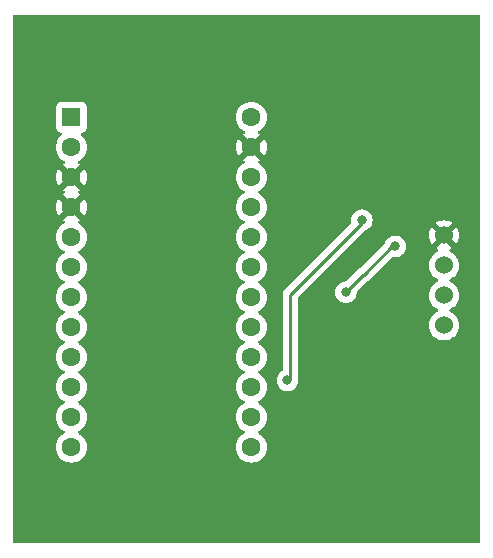
<source format=gbr>
%TF.GenerationSoftware,KiCad,Pcbnew,(6.0.1)*%
%TF.CreationDate,2023-03-08T21:06:12-08:00*%
%TF.ProjectId,Ultrasonic,556c7472-6173-46f6-9e69-632e6b696361,rev?*%
%TF.SameCoordinates,Original*%
%TF.FileFunction,Copper,L2,Bot*%
%TF.FilePolarity,Positive*%
%FSLAX46Y46*%
G04 Gerber Fmt 4.6, Leading zero omitted, Abs format (unit mm)*
G04 Created by KiCad (PCBNEW (6.0.1)) date 2023-03-08 21:06:12*
%MOMM*%
%LPD*%
G01*
G04 APERTURE LIST*
%TA.AperFunction,ComponentPad*%
%ADD10C,1.530000*%
%TD*%
%TA.AperFunction,ComponentPad*%
%ADD11R,1.600000X1.600000*%
%TD*%
%TA.AperFunction,ComponentPad*%
%ADD12C,1.600000*%
%TD*%
%TA.AperFunction,ViaPad*%
%ADD13C,0.800000*%
%TD*%
%TA.AperFunction,Conductor*%
%ADD14C,0.250000*%
%TD*%
G04 APERTURE END LIST*
D10*
%TO.P,U2,1,VCC*%
%TO.N,Net-(U1-Pad21)*%
X163250000Y-94610000D03*
%TO.P,U2,2,TRIG*%
%TO.N,Net-(U1-Pad15)*%
X163250000Y-92070000D03*
%TO.P,U2,3,ECHO*%
%TO.N,Net-(R2-Pad2)*%
X163250000Y-89530000D03*
%TO.P,U2,4,GND*%
%TO.N,GND*%
X163250000Y-86990000D03*
%TD*%
D11*
%TO.P,U1,1,TX*%
%TO.N,unconnected-(U1-Pad1)*%
X131705000Y-76980000D03*
D12*
%TO.P,U1,2,RX*%
%TO.N,unconnected-(U1-Pad2)*%
X131705000Y-79520000D03*
%TO.P,U1,3,GND*%
%TO.N,GND*%
X131705000Y-82060000D03*
%TO.P,U1,4,GND*%
X131705000Y-84600000D03*
%TO.P,U1,5,SDA*%
%TO.N,unconnected-(U1-Pad5)*%
X131705000Y-87140000D03*
%TO.P,U1,6,SCL*%
%TO.N,unconnected-(U1-Pad6)*%
X131705000Y-89680000D03*
%TO.P,U1,7,D4*%
%TO.N,unconnected-(U1-Pad7)*%
X131705000Y-92220000D03*
%TO.P,U1,8,C6*%
%TO.N,unconnected-(U1-Pad8)*%
X131705000Y-94760000D03*
%TO.P,U1,9,D7*%
%TO.N,unconnected-(U1-Pad9)*%
X131705000Y-97300000D03*
%TO.P,U1,10,E6*%
%TO.N,unconnected-(U1-Pad10)*%
X131705000Y-99840000D03*
%TO.P,U1,11,B4*%
%TO.N,unconnected-(U1-Pad11)*%
X131705000Y-102380000D03*
%TO.P,U1,12,B5*%
%TO.N,unconnected-(U1-Pad12)*%
X131705000Y-104920000D03*
%TO.P,U1,13,B6*%
%TO.N,unconnected-(U1-Pad13)*%
X146945000Y-104920000D03*
%TO.P,U1,14,B2*%
%TO.N,Net-(R1-Pad2)*%
X146945000Y-102380000D03*
%TO.P,U1,15,B3*%
%TO.N,Net-(U1-Pad15)*%
X146945000Y-99840000D03*
%TO.P,U1,16,B1*%
%TO.N,unconnected-(U1-Pad16)*%
X146945000Y-97300000D03*
%TO.P,U1,17,F7*%
%TO.N,unconnected-(U1-Pad17)*%
X146945000Y-94760000D03*
%TO.P,U1,18,F6*%
%TO.N,unconnected-(U1-Pad18)*%
X146945000Y-92220000D03*
%TO.P,U1,19,F5*%
%TO.N,unconnected-(U1-Pad19)*%
X146945000Y-89680000D03*
%TO.P,U1,20,F4*%
%TO.N,unconnected-(U1-Pad20)*%
X146945000Y-87140000D03*
%TO.P,U1,21,VCC*%
%TO.N,Net-(U1-Pad21)*%
X146945000Y-84600000D03*
%TO.P,U1,22,RST*%
%TO.N,unconnected-(U1-Pad22)*%
X146945000Y-82060000D03*
%TO.P,U1,23,GND*%
%TO.N,GND*%
X146945000Y-79520000D03*
%TO.P,U1,24,RAW*%
%TO.N,unconnected-(U1-Pad24)*%
X146945000Y-76980000D03*
%TD*%
D13*
%TO.N,Net-(R1-Pad2)*%
X156300000Y-85700000D03*
X150000000Y-99275000D03*
%TO.N,Net-(U1-Pad15)*%
X154950000Y-91800000D03*
X159125000Y-87925000D03*
%TD*%
D14*
%TO.N,Net-(R1-Pad2)*%
X150225000Y-92025386D02*
X150225000Y-99050000D01*
X150225000Y-99050000D02*
X150000000Y-99275000D01*
X156300000Y-85950386D02*
X150225000Y-92025386D01*
X156300000Y-85700000D02*
X156300000Y-85950386D01*
%TO.N,Net-(U1-Pad15)*%
X159125000Y-87925000D02*
X158850000Y-87925000D01*
X156450000Y-90325000D02*
X156425000Y-90325000D01*
X156425000Y-90325000D02*
X154950000Y-91800000D01*
X158850000Y-87925000D02*
X156450000Y-90325000D01*
%TD*%
%TA.AperFunction,Conductor*%
%TO.N,GND*%
G36*
X166234121Y-68315502D02*
G01*
X166280614Y-68369158D01*
X166292000Y-68421500D01*
X166292000Y-112928500D01*
X166271998Y-112996621D01*
X166218342Y-113043114D01*
X166166000Y-113054500D01*
X126909000Y-113054500D01*
X126840879Y-113034498D01*
X126794386Y-112980842D01*
X126783000Y-112928500D01*
X126783000Y-104920000D01*
X130391502Y-104920000D01*
X130411457Y-105148087D01*
X130470716Y-105369243D01*
X130473039Y-105374224D01*
X130473039Y-105374225D01*
X130565151Y-105571762D01*
X130565154Y-105571767D01*
X130567477Y-105576749D01*
X130698802Y-105764300D01*
X130860700Y-105926198D01*
X130865208Y-105929355D01*
X130865211Y-105929357D01*
X130943389Y-105984098D01*
X131048251Y-106057523D01*
X131053233Y-106059846D01*
X131053238Y-106059849D01*
X131250775Y-106151961D01*
X131255757Y-106154284D01*
X131261065Y-106155706D01*
X131261067Y-106155707D01*
X131471598Y-106212119D01*
X131471600Y-106212119D01*
X131476913Y-106213543D01*
X131705000Y-106233498D01*
X131933087Y-106213543D01*
X131938400Y-106212119D01*
X131938402Y-106212119D01*
X132148933Y-106155707D01*
X132148935Y-106155706D01*
X132154243Y-106154284D01*
X132159225Y-106151961D01*
X132356762Y-106059849D01*
X132356767Y-106059846D01*
X132361749Y-106057523D01*
X132466611Y-105984098D01*
X132544789Y-105929357D01*
X132544792Y-105929355D01*
X132549300Y-105926198D01*
X132711198Y-105764300D01*
X132842523Y-105576749D01*
X132844846Y-105571767D01*
X132844849Y-105571762D01*
X132936961Y-105374225D01*
X132936961Y-105374224D01*
X132939284Y-105369243D01*
X132998543Y-105148087D01*
X133018498Y-104920000D01*
X145631502Y-104920000D01*
X145651457Y-105148087D01*
X145710716Y-105369243D01*
X145713039Y-105374224D01*
X145713039Y-105374225D01*
X145805151Y-105571762D01*
X145805154Y-105571767D01*
X145807477Y-105576749D01*
X145938802Y-105764300D01*
X146100700Y-105926198D01*
X146105208Y-105929355D01*
X146105211Y-105929357D01*
X146183389Y-105984098D01*
X146288251Y-106057523D01*
X146293233Y-106059846D01*
X146293238Y-106059849D01*
X146490775Y-106151961D01*
X146495757Y-106154284D01*
X146501065Y-106155706D01*
X146501067Y-106155707D01*
X146711598Y-106212119D01*
X146711600Y-106212119D01*
X146716913Y-106213543D01*
X146945000Y-106233498D01*
X147173087Y-106213543D01*
X147178400Y-106212119D01*
X147178402Y-106212119D01*
X147388933Y-106155707D01*
X147388935Y-106155706D01*
X147394243Y-106154284D01*
X147399225Y-106151961D01*
X147596762Y-106059849D01*
X147596767Y-106059846D01*
X147601749Y-106057523D01*
X147706611Y-105984098D01*
X147784789Y-105929357D01*
X147784792Y-105929355D01*
X147789300Y-105926198D01*
X147951198Y-105764300D01*
X148082523Y-105576749D01*
X148084846Y-105571767D01*
X148084849Y-105571762D01*
X148176961Y-105374225D01*
X148176961Y-105374224D01*
X148179284Y-105369243D01*
X148238543Y-105148087D01*
X148258498Y-104920000D01*
X148238543Y-104691913D01*
X148179284Y-104470757D01*
X148176961Y-104465775D01*
X148084849Y-104268238D01*
X148084846Y-104268233D01*
X148082523Y-104263251D01*
X147951198Y-104075700D01*
X147789300Y-103913802D01*
X147784792Y-103910645D01*
X147784789Y-103910643D01*
X147706611Y-103855902D01*
X147601749Y-103782477D01*
X147596767Y-103780154D01*
X147596762Y-103780151D01*
X147562543Y-103764195D01*
X147509258Y-103717278D01*
X147489797Y-103649001D01*
X147510339Y-103581041D01*
X147562543Y-103535805D01*
X147596762Y-103519849D01*
X147596767Y-103519846D01*
X147601749Y-103517523D01*
X147706611Y-103444098D01*
X147784789Y-103389357D01*
X147784792Y-103389355D01*
X147789300Y-103386198D01*
X147951198Y-103224300D01*
X148082523Y-103036749D01*
X148084846Y-103031767D01*
X148084849Y-103031762D01*
X148176961Y-102834225D01*
X148176961Y-102834224D01*
X148179284Y-102829243D01*
X148238543Y-102608087D01*
X148258498Y-102380000D01*
X148238543Y-102151913D01*
X148179284Y-101930757D01*
X148176961Y-101925775D01*
X148084849Y-101728238D01*
X148084846Y-101728233D01*
X148082523Y-101723251D01*
X147951198Y-101535700D01*
X147789300Y-101373802D01*
X147784792Y-101370645D01*
X147784789Y-101370643D01*
X147706611Y-101315902D01*
X147601749Y-101242477D01*
X147596767Y-101240154D01*
X147596762Y-101240151D01*
X147562543Y-101224195D01*
X147509258Y-101177278D01*
X147489797Y-101109001D01*
X147510339Y-101041041D01*
X147562543Y-100995805D01*
X147596762Y-100979849D01*
X147596767Y-100979846D01*
X147601749Y-100977523D01*
X147706611Y-100904098D01*
X147784789Y-100849357D01*
X147784792Y-100849355D01*
X147789300Y-100846198D01*
X147951198Y-100684300D01*
X148082523Y-100496749D01*
X148084846Y-100491767D01*
X148084849Y-100491762D01*
X148176961Y-100294225D01*
X148176961Y-100294224D01*
X148179284Y-100289243D01*
X148238543Y-100068087D01*
X148258498Y-99840000D01*
X148238543Y-99611913D01*
X148237119Y-99606598D01*
X148180707Y-99396067D01*
X148180706Y-99396065D01*
X148179284Y-99390757D01*
X148176961Y-99385775D01*
X148125306Y-99275000D01*
X149086496Y-99275000D01*
X149087186Y-99281565D01*
X149099221Y-99396067D01*
X149106458Y-99464928D01*
X149165473Y-99646556D01*
X149260960Y-99811944D01*
X149388747Y-99953866D01*
X149543248Y-100066118D01*
X149549276Y-100068802D01*
X149549278Y-100068803D01*
X149559608Y-100073402D01*
X149717712Y-100143794D01*
X149811113Y-100163647D01*
X149898056Y-100182128D01*
X149898061Y-100182128D01*
X149904513Y-100183500D01*
X150095487Y-100183500D01*
X150101939Y-100182128D01*
X150101944Y-100182128D01*
X150188887Y-100163647D01*
X150282288Y-100143794D01*
X150440392Y-100073402D01*
X150450722Y-100068803D01*
X150450724Y-100068802D01*
X150456752Y-100066118D01*
X150611253Y-99953866D01*
X150739040Y-99811944D01*
X150834527Y-99646556D01*
X150893542Y-99464928D01*
X150900780Y-99396067D01*
X150912814Y-99281565D01*
X150913504Y-99275000D01*
X150893542Y-99085072D01*
X150864667Y-98996205D01*
X150858500Y-98957268D01*
X150858500Y-94610000D01*
X161971635Y-94610000D01*
X161991056Y-94831986D01*
X161992480Y-94837299D01*
X162034308Y-94993402D01*
X162048730Y-95047227D01*
X162051052Y-95052208D01*
X162051053Y-95052209D01*
X162140577Y-95244195D01*
X162140580Y-95244200D01*
X162142903Y-95249182D01*
X162146060Y-95253690D01*
X162263392Y-95421257D01*
X162270716Y-95431717D01*
X162428283Y-95589284D01*
X162432792Y-95592441D01*
X162432794Y-95592443D01*
X162455293Y-95608197D01*
X162610817Y-95717097D01*
X162615799Y-95719420D01*
X162615804Y-95719423D01*
X162807791Y-95808947D01*
X162812773Y-95811270D01*
X162818081Y-95812692D01*
X162818083Y-95812693D01*
X162884465Y-95830480D01*
X163028014Y-95868944D01*
X163250000Y-95888365D01*
X163471986Y-95868944D01*
X163615535Y-95830480D01*
X163681917Y-95812693D01*
X163681919Y-95812692D01*
X163687227Y-95811270D01*
X163692209Y-95808947D01*
X163884196Y-95719423D01*
X163884201Y-95719420D01*
X163889183Y-95717097D01*
X164044707Y-95608197D01*
X164067206Y-95592443D01*
X164067208Y-95592441D01*
X164071717Y-95589284D01*
X164229284Y-95431717D01*
X164236609Y-95421257D01*
X164353940Y-95253690D01*
X164357097Y-95249182D01*
X164359420Y-95244200D01*
X164359423Y-95244195D01*
X164448947Y-95052209D01*
X164448948Y-95052208D01*
X164451270Y-95047227D01*
X164465693Y-94993402D01*
X164507520Y-94837299D01*
X164508944Y-94831986D01*
X164528365Y-94610000D01*
X164508944Y-94388014D01*
X164451270Y-94172773D01*
X164421177Y-94108238D01*
X164359423Y-93975805D01*
X164359420Y-93975800D01*
X164357097Y-93970818D01*
X164229284Y-93788283D01*
X164071717Y-93630716D01*
X164064460Y-93625634D01*
X163921763Y-93525716D01*
X163889183Y-93502903D01*
X163884201Y-93500580D01*
X163884196Y-93500577D01*
X163784728Y-93454195D01*
X163731443Y-93407278D01*
X163711982Y-93339001D01*
X163732524Y-93271041D01*
X163784728Y-93225805D01*
X163884196Y-93179423D01*
X163884201Y-93179420D01*
X163889183Y-93177097D01*
X164044707Y-93068197D01*
X164067206Y-93052443D01*
X164067208Y-93052441D01*
X164071717Y-93049284D01*
X164229284Y-92891717D01*
X164236609Y-92881257D01*
X164353940Y-92713690D01*
X164357097Y-92709182D01*
X164359420Y-92704200D01*
X164359423Y-92704195D01*
X164448947Y-92512209D01*
X164448948Y-92512208D01*
X164451270Y-92507227D01*
X164465693Y-92453402D01*
X164496897Y-92336944D01*
X164508944Y-92291986D01*
X164528365Y-92070000D01*
X164508944Y-91848014D01*
X164465087Y-91684339D01*
X164452693Y-91638083D01*
X164452692Y-91638081D01*
X164451270Y-91632773D01*
X164442286Y-91613506D01*
X164359423Y-91435805D01*
X164359420Y-91435800D01*
X164357097Y-91430818D01*
X164243632Y-91268774D01*
X164232443Y-91252794D01*
X164232441Y-91252791D01*
X164229284Y-91248283D01*
X164071717Y-91090716D01*
X164064460Y-91085634D01*
X163954847Y-91008882D01*
X163889183Y-90962903D01*
X163884201Y-90960580D01*
X163884196Y-90960577D01*
X163784728Y-90914195D01*
X163731443Y-90867278D01*
X163711982Y-90799001D01*
X163732524Y-90731041D01*
X163784728Y-90685805D01*
X163884196Y-90639423D01*
X163884201Y-90639420D01*
X163889183Y-90637097D01*
X164044707Y-90528197D01*
X164067206Y-90512443D01*
X164067208Y-90512441D01*
X164071717Y-90509284D01*
X164229284Y-90351717D01*
X164236609Y-90341257D01*
X164353940Y-90173690D01*
X164357097Y-90169182D01*
X164359420Y-90164200D01*
X164359423Y-90164195D01*
X164448947Y-89972209D01*
X164448948Y-89972208D01*
X164451270Y-89967227D01*
X164465693Y-89913402D01*
X164484880Y-89841793D01*
X164508944Y-89751986D01*
X164528365Y-89530000D01*
X164508944Y-89308014D01*
X164451270Y-89092773D01*
X164421177Y-89028238D01*
X164359423Y-88895805D01*
X164359420Y-88895800D01*
X164357097Y-88890818D01*
X164285528Y-88788608D01*
X164232443Y-88712794D01*
X164232441Y-88712791D01*
X164229284Y-88708283D01*
X164071717Y-88550716D01*
X164064460Y-88545634D01*
X163951948Y-88466852D01*
X163889183Y-88422903D01*
X163884201Y-88420580D01*
X163884196Y-88420577D01*
X163784136Y-88373919D01*
X163730851Y-88327002D01*
X163711390Y-88258725D01*
X163731932Y-88190765D01*
X163784136Y-88145529D01*
X163883953Y-88098984D01*
X163893431Y-88093512D01*
X163937920Y-88062359D01*
X163946294Y-88051883D01*
X163939226Y-88038436D01*
X163262812Y-87362022D01*
X163248868Y-87354408D01*
X163247035Y-87354539D01*
X163240420Y-87358790D01*
X162560053Y-88039157D01*
X162553623Y-88050932D01*
X162562916Y-88062945D01*
X162606569Y-88093512D01*
X162616051Y-88098986D01*
X162715864Y-88145529D01*
X162769150Y-88192446D01*
X162788611Y-88260723D01*
X162768070Y-88328683D01*
X162715865Y-88373919D01*
X162615805Y-88420577D01*
X162615800Y-88420580D01*
X162610818Y-88422903D01*
X162578238Y-88445716D01*
X162435541Y-88545634D01*
X162428283Y-88550716D01*
X162270716Y-88708283D01*
X162267559Y-88712791D01*
X162267557Y-88712794D01*
X162214472Y-88788608D01*
X162142903Y-88890818D01*
X162140580Y-88895800D01*
X162140577Y-88895805D01*
X162078823Y-89028238D01*
X162048730Y-89092773D01*
X161991056Y-89308014D01*
X161971635Y-89530000D01*
X161991056Y-89751986D01*
X162015120Y-89841793D01*
X162034308Y-89913402D01*
X162048730Y-89967227D01*
X162051052Y-89972208D01*
X162051053Y-89972209D01*
X162140577Y-90164195D01*
X162140580Y-90164200D01*
X162142903Y-90169182D01*
X162146060Y-90173690D01*
X162263392Y-90341257D01*
X162270716Y-90351717D01*
X162428283Y-90509284D01*
X162432792Y-90512441D01*
X162432794Y-90512443D01*
X162455293Y-90528197D01*
X162610817Y-90637097D01*
X162615802Y-90639421D01*
X162615808Y-90639425D01*
X162715272Y-90685805D01*
X162768558Y-90732722D01*
X162788019Y-90800999D01*
X162767478Y-90868959D01*
X162715273Y-90914195D01*
X162615805Y-90960577D01*
X162615800Y-90960580D01*
X162610818Y-90962903D01*
X162539611Y-91012763D01*
X162435541Y-91085634D01*
X162428283Y-91090716D01*
X162270716Y-91248283D01*
X162267559Y-91252791D01*
X162267557Y-91252794D01*
X162256368Y-91268774D01*
X162142903Y-91430818D01*
X162140580Y-91435800D01*
X162140577Y-91435805D01*
X162057714Y-91613506D01*
X162048730Y-91632773D01*
X162047308Y-91638081D01*
X162047307Y-91638083D01*
X162034913Y-91684339D01*
X161991056Y-91848014D01*
X161971635Y-92070000D01*
X161991056Y-92291986D01*
X162003103Y-92336944D01*
X162034308Y-92453402D01*
X162048730Y-92507227D01*
X162051052Y-92512208D01*
X162051053Y-92512209D01*
X162140577Y-92704195D01*
X162140580Y-92704200D01*
X162142903Y-92709182D01*
X162146060Y-92713690D01*
X162263392Y-92881257D01*
X162270716Y-92891717D01*
X162428283Y-93049284D01*
X162432792Y-93052441D01*
X162432794Y-93052443D01*
X162455293Y-93068197D01*
X162610817Y-93177097D01*
X162615802Y-93179421D01*
X162615808Y-93179425D01*
X162715272Y-93225805D01*
X162768558Y-93272722D01*
X162788019Y-93340999D01*
X162767478Y-93408959D01*
X162715273Y-93454195D01*
X162615805Y-93500577D01*
X162615800Y-93500580D01*
X162610818Y-93502903D01*
X162578238Y-93525716D01*
X162435541Y-93625634D01*
X162428283Y-93630716D01*
X162270716Y-93788283D01*
X162142903Y-93970818D01*
X162140580Y-93975800D01*
X162140577Y-93975805D01*
X162078823Y-94108238D01*
X162048730Y-94172773D01*
X161991056Y-94388014D01*
X161971635Y-94610000D01*
X150858500Y-94610000D01*
X150858500Y-92339980D01*
X150878502Y-92271859D01*
X150895405Y-92250885D01*
X151346290Y-91800000D01*
X154036496Y-91800000D01*
X154037186Y-91806565D01*
X154054945Y-91975528D01*
X154056458Y-91989928D01*
X154115473Y-92171556D01*
X154210960Y-92336944D01*
X154338747Y-92478866D01*
X154493248Y-92591118D01*
X154499276Y-92593802D01*
X154499278Y-92593803D01*
X154656794Y-92663933D01*
X154667712Y-92668794D01*
X154761113Y-92688647D01*
X154848056Y-92707128D01*
X154848061Y-92707128D01*
X154854513Y-92708500D01*
X155045487Y-92708500D01*
X155051939Y-92707128D01*
X155051944Y-92707128D01*
X155138887Y-92688647D01*
X155232288Y-92668794D01*
X155243206Y-92663933D01*
X155400722Y-92593803D01*
X155400724Y-92593802D01*
X155406752Y-92591118D01*
X155561253Y-92478866D01*
X155689040Y-92336944D01*
X155784527Y-92171556D01*
X155843542Y-91989928D01*
X155845056Y-91975528D01*
X155859303Y-91839966D01*
X155860907Y-91824708D01*
X155887920Y-91759051D01*
X155897122Y-91748782D01*
X156764267Y-90881638D01*
X156779303Y-90868797D01*
X156793388Y-90858564D01*
X156803307Y-90852048D01*
X156834535Y-90833580D01*
X156834538Y-90833578D01*
X156841362Y-90829542D01*
X156855683Y-90815221D01*
X156870717Y-90802380D01*
X156880694Y-90795131D01*
X156887107Y-90790472D01*
X156915298Y-90756395D01*
X156923288Y-90747616D01*
X158822704Y-88848200D01*
X158885016Y-88814174D01*
X158937995Y-88814048D01*
X159013579Y-88830113D01*
X159029513Y-88833500D01*
X159220487Y-88833500D01*
X159226939Y-88832128D01*
X159226944Y-88832128D01*
X159313888Y-88813647D01*
X159407288Y-88793794D01*
X159413319Y-88791109D01*
X159575722Y-88718803D01*
X159575724Y-88718802D01*
X159581752Y-88716118D01*
X159736253Y-88603866D01*
X159780601Y-88554613D01*
X159859621Y-88466852D01*
X159859622Y-88466851D01*
X159864040Y-88461944D01*
X159940951Y-88328730D01*
X159956223Y-88302279D01*
X159956224Y-88302278D01*
X159959527Y-88296556D01*
X160018542Y-88114928D01*
X160038504Y-87925000D01*
X160025498Y-87801257D01*
X160019232Y-87741635D01*
X160019232Y-87741633D01*
X160018542Y-87735072D01*
X159959527Y-87553444D01*
X159864040Y-87388056D01*
X159850846Y-87373402D01*
X159740675Y-87251045D01*
X159740674Y-87251044D01*
X159736253Y-87246134D01*
X159637157Y-87174136D01*
X159587094Y-87137763D01*
X159587093Y-87137762D01*
X159581752Y-87133882D01*
X159575724Y-87131198D01*
X159575722Y-87131197D01*
X159413319Y-87058891D01*
X159413318Y-87058891D01*
X159407288Y-87056206D01*
X159313887Y-87036353D01*
X159226944Y-87017872D01*
X159226939Y-87017872D01*
X159220487Y-87016500D01*
X159029513Y-87016500D01*
X159023061Y-87017872D01*
X159023056Y-87017872D01*
X158936113Y-87036353D01*
X158842712Y-87056206D01*
X158836682Y-87058891D01*
X158836681Y-87058891D01*
X158674278Y-87131197D01*
X158674276Y-87131198D01*
X158668248Y-87133882D01*
X158662907Y-87137762D01*
X158662906Y-87137763D01*
X158612843Y-87174136D01*
X158513747Y-87246134D01*
X158509326Y-87251044D01*
X158509325Y-87251045D01*
X158399155Y-87373402D01*
X158385960Y-87388056D01*
X158290473Y-87553444D01*
X158282888Y-87576788D01*
X158252151Y-87626945D01*
X156110737Y-89768358D01*
X156095702Y-89781200D01*
X156081613Y-89791436D01*
X156071693Y-89797952D01*
X156040465Y-89816420D01*
X156040462Y-89816422D01*
X156033638Y-89820458D01*
X156019317Y-89834779D01*
X156004284Y-89847619D01*
X155987893Y-89859528D01*
X155982842Y-89865634D01*
X155959702Y-89893605D01*
X155951722Y-89902374D01*
X154999498Y-90854597D01*
X154937188Y-90888621D01*
X154910405Y-90891500D01*
X154854513Y-90891500D01*
X154848061Y-90892872D01*
X154848056Y-90892872D01*
X154761112Y-90911353D01*
X154667712Y-90931206D01*
X154661682Y-90933891D01*
X154661681Y-90933891D01*
X154499278Y-91006197D01*
X154499276Y-91006198D01*
X154493248Y-91008882D01*
X154338747Y-91121134D01*
X154334326Y-91126044D01*
X154334325Y-91126045D01*
X154224262Y-91248283D01*
X154210960Y-91263056D01*
X154115473Y-91428444D01*
X154056458Y-91610072D01*
X154055768Y-91616633D01*
X154055768Y-91616635D01*
X154039011Y-91776067D01*
X154036496Y-91800000D01*
X151346290Y-91800000D01*
X156150815Y-86995475D01*
X161972616Y-86995475D01*
X161991072Y-87206419D01*
X161992975Y-87217214D01*
X162047779Y-87421745D01*
X162051525Y-87432037D01*
X162141012Y-87623944D01*
X162146495Y-87633439D01*
X162177640Y-87677919D01*
X162188117Y-87686294D01*
X162201564Y-87679226D01*
X162877978Y-87002812D01*
X162884356Y-86991132D01*
X163614408Y-86991132D01*
X163614539Y-86992965D01*
X163618790Y-86999580D01*
X164299157Y-87679947D01*
X164310932Y-87686377D01*
X164322947Y-87677081D01*
X164353505Y-87633439D01*
X164358988Y-87623944D01*
X164448475Y-87432037D01*
X164452221Y-87421745D01*
X164507025Y-87217214D01*
X164508928Y-87206419D01*
X164527384Y-86995475D01*
X164527384Y-86984525D01*
X164508928Y-86773581D01*
X164507025Y-86762786D01*
X164452221Y-86558255D01*
X164448475Y-86547963D01*
X164358988Y-86356056D01*
X164353505Y-86346561D01*
X164322360Y-86302081D01*
X164311883Y-86293706D01*
X164298436Y-86300774D01*
X163622022Y-86977188D01*
X163614408Y-86991132D01*
X162884356Y-86991132D01*
X162885592Y-86988868D01*
X162885461Y-86987035D01*
X162881210Y-86980420D01*
X162200843Y-86300053D01*
X162189068Y-86293623D01*
X162177053Y-86302919D01*
X162146495Y-86346561D01*
X162141012Y-86356056D01*
X162051525Y-86547963D01*
X162047779Y-86558255D01*
X161992975Y-86762786D01*
X161991072Y-86773581D01*
X161972616Y-86984525D01*
X161972616Y-86995475D01*
X156150815Y-86995475D01*
X156557135Y-86589155D01*
X156594981Y-86563143D01*
X156750722Y-86493803D01*
X156750724Y-86493802D01*
X156756752Y-86491118D01*
X156911253Y-86378866D01*
X156979636Y-86302919D01*
X157034621Y-86241852D01*
X157034622Y-86241851D01*
X157039040Y-86236944D01*
X157134527Y-86071556D01*
X157181134Y-85928117D01*
X162553706Y-85928117D01*
X162560774Y-85941564D01*
X163237188Y-86617978D01*
X163251132Y-86625592D01*
X163252965Y-86625461D01*
X163259580Y-86621210D01*
X163939947Y-85940843D01*
X163946377Y-85929068D01*
X163937084Y-85917055D01*
X163893431Y-85886488D01*
X163883953Y-85881016D01*
X163692038Y-85791525D01*
X163681745Y-85787779D01*
X163477214Y-85732975D01*
X163466419Y-85731072D01*
X163255475Y-85712616D01*
X163244525Y-85712616D01*
X163033581Y-85731072D01*
X163022786Y-85732975D01*
X162818255Y-85787779D01*
X162807963Y-85791525D01*
X162616056Y-85881012D01*
X162606561Y-85886495D01*
X162562081Y-85917640D01*
X162553706Y-85928117D01*
X157181134Y-85928117D01*
X157193542Y-85889928D01*
X157195532Y-85870999D01*
X157212814Y-85706565D01*
X157213504Y-85700000D01*
X157212039Y-85686062D01*
X157194232Y-85516635D01*
X157194232Y-85516633D01*
X157193542Y-85510072D01*
X157134527Y-85328444D01*
X157039040Y-85163056D01*
X156940894Y-85054053D01*
X156915675Y-85026045D01*
X156915674Y-85026044D01*
X156911253Y-85021134D01*
X156756752Y-84908882D01*
X156750724Y-84906198D01*
X156750722Y-84906197D01*
X156588319Y-84833891D01*
X156588318Y-84833891D01*
X156582288Y-84831206D01*
X156488887Y-84811353D01*
X156401944Y-84792872D01*
X156401939Y-84792872D01*
X156395487Y-84791500D01*
X156204513Y-84791500D01*
X156198061Y-84792872D01*
X156198056Y-84792872D01*
X156111112Y-84811353D01*
X156017712Y-84831206D01*
X156011682Y-84833891D01*
X156011681Y-84833891D01*
X155849278Y-84906197D01*
X155849276Y-84906198D01*
X155843248Y-84908882D01*
X155688747Y-85021134D01*
X155684326Y-85026044D01*
X155684325Y-85026045D01*
X155659107Y-85054053D01*
X155560960Y-85163056D01*
X155465473Y-85328444D01*
X155406458Y-85510072D01*
X155405768Y-85516633D01*
X155405768Y-85516635D01*
X155387961Y-85686062D01*
X155386496Y-85700000D01*
X155387186Y-85706565D01*
X155405701Y-85882730D01*
X155392929Y-85952568D01*
X155369486Y-85984995D01*
X149832747Y-91521734D01*
X149824461Y-91529274D01*
X149817982Y-91533386D01*
X149812557Y-91539163D01*
X149771357Y-91583037D01*
X149768602Y-91585879D01*
X149748865Y-91605616D01*
X149746385Y-91608813D01*
X149738682Y-91617833D01*
X149708414Y-91650065D01*
X149704595Y-91657011D01*
X149704593Y-91657014D01*
X149698652Y-91667820D01*
X149687801Y-91684339D01*
X149675386Y-91700345D01*
X149672241Y-91707614D01*
X149672238Y-91707618D01*
X149657826Y-91740923D01*
X149652609Y-91751573D01*
X149631305Y-91790326D01*
X149629334Y-91798001D01*
X149629334Y-91798002D01*
X149626267Y-91809948D01*
X149619863Y-91828652D01*
X149611819Y-91847241D01*
X149610580Y-91855064D01*
X149610577Y-91855074D01*
X149604901Y-91890910D01*
X149602495Y-91902530D01*
X149591500Y-91945356D01*
X149591500Y-91965610D01*
X149589949Y-91985320D01*
X149586780Y-92005329D01*
X149587526Y-92013221D01*
X149590941Y-92049347D01*
X149591500Y-92061205D01*
X149591500Y-98384625D01*
X149571498Y-98452746D01*
X149539562Y-98486560D01*
X149388747Y-98596134D01*
X149384326Y-98601044D01*
X149384325Y-98601045D01*
X149309457Y-98684195D01*
X149260960Y-98738056D01*
X149165473Y-98903444D01*
X149106458Y-99085072D01*
X149086496Y-99275000D01*
X148125306Y-99275000D01*
X148084849Y-99188238D01*
X148084846Y-99188233D01*
X148082523Y-99183251D01*
X147951198Y-98995700D01*
X147789300Y-98833802D01*
X147784792Y-98830645D01*
X147784789Y-98830643D01*
X147652561Y-98738056D01*
X147601749Y-98702477D01*
X147596767Y-98700154D01*
X147596762Y-98700151D01*
X147562543Y-98684195D01*
X147509258Y-98637278D01*
X147489797Y-98569001D01*
X147510339Y-98501041D01*
X147562543Y-98455805D01*
X147596762Y-98439849D01*
X147596767Y-98439846D01*
X147601749Y-98437523D01*
X147706611Y-98364098D01*
X147784789Y-98309357D01*
X147784792Y-98309355D01*
X147789300Y-98306198D01*
X147951198Y-98144300D01*
X148082523Y-97956749D01*
X148084846Y-97951767D01*
X148084849Y-97951762D01*
X148176961Y-97754225D01*
X148176961Y-97754224D01*
X148179284Y-97749243D01*
X148238543Y-97528087D01*
X148258498Y-97300000D01*
X148238543Y-97071913D01*
X148179284Y-96850757D01*
X148176961Y-96845775D01*
X148084849Y-96648238D01*
X148084846Y-96648233D01*
X148082523Y-96643251D01*
X147951198Y-96455700D01*
X147789300Y-96293802D01*
X147784792Y-96290645D01*
X147784789Y-96290643D01*
X147706611Y-96235902D01*
X147601749Y-96162477D01*
X147596767Y-96160154D01*
X147596762Y-96160151D01*
X147562543Y-96144195D01*
X147509258Y-96097278D01*
X147489797Y-96029001D01*
X147510339Y-95961041D01*
X147562543Y-95915805D01*
X147596762Y-95899849D01*
X147596767Y-95899846D01*
X147601749Y-95897523D01*
X147706611Y-95824098D01*
X147784789Y-95769357D01*
X147784792Y-95769355D01*
X147789300Y-95766198D01*
X147951198Y-95604300D01*
X147959501Y-95592443D01*
X148009098Y-95521611D01*
X148082523Y-95416749D01*
X148084846Y-95411767D01*
X148084849Y-95411762D01*
X148176961Y-95214225D01*
X148176961Y-95214224D01*
X148179284Y-95209243D01*
X148221362Y-95052209D01*
X148237119Y-94993402D01*
X148237119Y-94993400D01*
X148238543Y-94988087D01*
X148258498Y-94760000D01*
X148238543Y-94531913D01*
X148237119Y-94526598D01*
X148180707Y-94316067D01*
X148180706Y-94316065D01*
X148179284Y-94310757D01*
X148117418Y-94178083D01*
X148084849Y-94108238D01*
X148084846Y-94108233D01*
X148082523Y-94103251D01*
X147951198Y-93915700D01*
X147789300Y-93753802D01*
X147784792Y-93750645D01*
X147784789Y-93750643D01*
X147706611Y-93695902D01*
X147601749Y-93622477D01*
X147596767Y-93620154D01*
X147596762Y-93620151D01*
X147562543Y-93604195D01*
X147509258Y-93557278D01*
X147489797Y-93489001D01*
X147510339Y-93421041D01*
X147562543Y-93375805D01*
X147596762Y-93359849D01*
X147596767Y-93359846D01*
X147601749Y-93357523D01*
X147725258Y-93271041D01*
X147784789Y-93229357D01*
X147784792Y-93229355D01*
X147789300Y-93226198D01*
X147951198Y-93064300D01*
X147959501Y-93052443D01*
X148009098Y-92981611D01*
X148082523Y-92876749D01*
X148084846Y-92871767D01*
X148084849Y-92871762D01*
X148176961Y-92674225D01*
X148176961Y-92674224D01*
X148179284Y-92669243D01*
X148221362Y-92512209D01*
X148237119Y-92453402D01*
X148237119Y-92453400D01*
X148238543Y-92448087D01*
X148258498Y-92220000D01*
X148238543Y-91991913D01*
X148201877Y-91855074D01*
X148180707Y-91776067D01*
X148180706Y-91776065D01*
X148179284Y-91770757D01*
X148176961Y-91765775D01*
X148084849Y-91568238D01*
X148084846Y-91568233D01*
X148082523Y-91563251D01*
X147951198Y-91375700D01*
X147789300Y-91213802D01*
X147784792Y-91210645D01*
X147784789Y-91210643D01*
X147663970Y-91126045D01*
X147601749Y-91082477D01*
X147596767Y-91080154D01*
X147596762Y-91080151D01*
X147562543Y-91064195D01*
X147509258Y-91017278D01*
X147489797Y-90949001D01*
X147510339Y-90881041D01*
X147562543Y-90835805D01*
X147596762Y-90819849D01*
X147596767Y-90819846D01*
X147601749Y-90817523D01*
X147725258Y-90731041D01*
X147784789Y-90689357D01*
X147784792Y-90689355D01*
X147789300Y-90686198D01*
X147951198Y-90524300D01*
X147959501Y-90512443D01*
X148009098Y-90441611D01*
X148082523Y-90336749D01*
X148084846Y-90331767D01*
X148084849Y-90331762D01*
X148176961Y-90134225D01*
X148176961Y-90134224D01*
X148179284Y-90129243D01*
X148221362Y-89972209D01*
X148237119Y-89913402D01*
X148237119Y-89913400D01*
X148238543Y-89908087D01*
X148258498Y-89680000D01*
X148238543Y-89451913D01*
X148237119Y-89446598D01*
X148180707Y-89236067D01*
X148180706Y-89236065D01*
X148179284Y-89230757D01*
X148117418Y-89098083D01*
X148084849Y-89028238D01*
X148084846Y-89028233D01*
X148082523Y-89023251D01*
X147951198Y-88835700D01*
X147789300Y-88673802D01*
X147784792Y-88670645D01*
X147784789Y-88670643D01*
X147682408Y-88598955D01*
X147601749Y-88542477D01*
X147596767Y-88540154D01*
X147596762Y-88540151D01*
X147562543Y-88524195D01*
X147509258Y-88477278D01*
X147489797Y-88409001D01*
X147510339Y-88341041D01*
X147562543Y-88295805D01*
X147596762Y-88279849D01*
X147596767Y-88279846D01*
X147601749Y-88277523D01*
X147725652Y-88190765D01*
X147784789Y-88149357D01*
X147784792Y-88149355D01*
X147789300Y-88146198D01*
X147951198Y-87984300D01*
X147992721Y-87925000D01*
X148079366Y-87801257D01*
X148082523Y-87796749D01*
X148084846Y-87791767D01*
X148084849Y-87791762D01*
X148176961Y-87594225D01*
X148176961Y-87594224D01*
X148179284Y-87589243D01*
X148188877Y-87553444D01*
X148237119Y-87373402D01*
X148237119Y-87373400D01*
X148238543Y-87368087D01*
X148258498Y-87140000D01*
X148238543Y-86911913D01*
X148179284Y-86690757D01*
X148176961Y-86685775D01*
X148084849Y-86488238D01*
X148084846Y-86488233D01*
X148082523Y-86483251D01*
X147993460Y-86356056D01*
X147954357Y-86300211D01*
X147954355Y-86300208D01*
X147951198Y-86295700D01*
X147789300Y-86133802D01*
X147784792Y-86130645D01*
X147784789Y-86130643D01*
X147691428Y-86065271D01*
X147601749Y-86002477D01*
X147596767Y-86000154D01*
X147596762Y-86000151D01*
X147562543Y-85984195D01*
X147509258Y-85937278D01*
X147489797Y-85869001D01*
X147510339Y-85801041D01*
X147562543Y-85755805D01*
X147596762Y-85739849D01*
X147596767Y-85739846D01*
X147601749Y-85737523D01*
X147706611Y-85664098D01*
X147784789Y-85609357D01*
X147784792Y-85609355D01*
X147789300Y-85606198D01*
X147951198Y-85444300D01*
X148082523Y-85256749D01*
X148084846Y-85251767D01*
X148084849Y-85251762D01*
X148176961Y-85054225D01*
X148176961Y-85054224D01*
X148179284Y-85049243D01*
X148199976Y-84972022D01*
X148237119Y-84833402D01*
X148237119Y-84833400D01*
X148238543Y-84828087D01*
X148258498Y-84600000D01*
X148238543Y-84371913D01*
X148201981Y-84235461D01*
X148180707Y-84156067D01*
X148180706Y-84156065D01*
X148179284Y-84150757D01*
X148084966Y-83948489D01*
X148084849Y-83948238D01*
X148084846Y-83948233D01*
X148082523Y-83943251D01*
X147951198Y-83755700D01*
X147789300Y-83593802D01*
X147784792Y-83590645D01*
X147784789Y-83590643D01*
X147658920Y-83502509D01*
X147601749Y-83462477D01*
X147596767Y-83460154D01*
X147596762Y-83460151D01*
X147562543Y-83444195D01*
X147509258Y-83397278D01*
X147489797Y-83329001D01*
X147510339Y-83261041D01*
X147562543Y-83215805D01*
X147596762Y-83199849D01*
X147596767Y-83199846D01*
X147601749Y-83197523D01*
X147706611Y-83124098D01*
X147784789Y-83069357D01*
X147784792Y-83069355D01*
X147789300Y-83066198D01*
X147951198Y-82904300D01*
X148082523Y-82716749D01*
X148084846Y-82711767D01*
X148084849Y-82711762D01*
X148176961Y-82514225D01*
X148176961Y-82514224D01*
X148179284Y-82509243D01*
X148199976Y-82432022D01*
X148237119Y-82293402D01*
X148237119Y-82293400D01*
X148238543Y-82288087D01*
X148258498Y-82060000D01*
X148238543Y-81831913D01*
X148201981Y-81695461D01*
X148180707Y-81616067D01*
X148180706Y-81616065D01*
X148179284Y-81610757D01*
X148084966Y-81408489D01*
X148084849Y-81408238D01*
X148084846Y-81408233D01*
X148082523Y-81403251D01*
X147951198Y-81215700D01*
X147789300Y-81053802D01*
X147784792Y-81050645D01*
X147784789Y-81050643D01*
X147658920Y-80962509D01*
X147601749Y-80922477D01*
X147596767Y-80920154D01*
X147596762Y-80920151D01*
X147561951Y-80903919D01*
X147508666Y-80857002D01*
X147489205Y-80788725D01*
X147509747Y-80720765D01*
X147561951Y-80675529D01*
X147596511Y-80659414D01*
X147606006Y-80653931D01*
X147658048Y-80617491D01*
X147666424Y-80607012D01*
X147659356Y-80593566D01*
X146957812Y-79892022D01*
X146943868Y-79884408D01*
X146942035Y-79884539D01*
X146935420Y-79888790D01*
X146229923Y-80594287D01*
X146223493Y-80606062D01*
X146232789Y-80618077D01*
X146283994Y-80653931D01*
X146293489Y-80659414D01*
X146328049Y-80675529D01*
X146381334Y-80722446D01*
X146400795Y-80790723D01*
X146380253Y-80858683D01*
X146328049Y-80903919D01*
X146293238Y-80920151D01*
X146293233Y-80920154D01*
X146288251Y-80922477D01*
X146231080Y-80962509D01*
X146105211Y-81050643D01*
X146105208Y-81050645D01*
X146100700Y-81053802D01*
X145938802Y-81215700D01*
X145807477Y-81403251D01*
X145805154Y-81408233D01*
X145805151Y-81408238D01*
X145805034Y-81408489D01*
X145710716Y-81610757D01*
X145709294Y-81616065D01*
X145709293Y-81616067D01*
X145688019Y-81695461D01*
X145651457Y-81831913D01*
X145631502Y-82060000D01*
X145651457Y-82288087D01*
X145652881Y-82293400D01*
X145652881Y-82293402D01*
X145690025Y-82432022D01*
X145710716Y-82509243D01*
X145713039Y-82514224D01*
X145713039Y-82514225D01*
X145805151Y-82711762D01*
X145805154Y-82711767D01*
X145807477Y-82716749D01*
X145938802Y-82904300D01*
X146100700Y-83066198D01*
X146105208Y-83069355D01*
X146105211Y-83069357D01*
X146183389Y-83124098D01*
X146288251Y-83197523D01*
X146293233Y-83199846D01*
X146293238Y-83199849D01*
X146327457Y-83215805D01*
X146380742Y-83262722D01*
X146400203Y-83330999D01*
X146379661Y-83398959D01*
X146327457Y-83444195D01*
X146293238Y-83460151D01*
X146293233Y-83460154D01*
X146288251Y-83462477D01*
X146231080Y-83502509D01*
X146105211Y-83590643D01*
X146105208Y-83590645D01*
X146100700Y-83593802D01*
X145938802Y-83755700D01*
X145807477Y-83943251D01*
X145805154Y-83948233D01*
X145805151Y-83948238D01*
X145805034Y-83948489D01*
X145710716Y-84150757D01*
X145709294Y-84156065D01*
X145709293Y-84156067D01*
X145688019Y-84235461D01*
X145651457Y-84371913D01*
X145631502Y-84600000D01*
X145651457Y-84828087D01*
X145652881Y-84833400D01*
X145652881Y-84833402D01*
X145690025Y-84972022D01*
X145710716Y-85049243D01*
X145713039Y-85054224D01*
X145713039Y-85054225D01*
X145805151Y-85251762D01*
X145805154Y-85251767D01*
X145807477Y-85256749D01*
X145938802Y-85444300D01*
X146100700Y-85606198D01*
X146105208Y-85609355D01*
X146105211Y-85609357D01*
X146183389Y-85664098D01*
X146288251Y-85737523D01*
X146293233Y-85739846D01*
X146293238Y-85739849D01*
X146327457Y-85755805D01*
X146380742Y-85802722D01*
X146400203Y-85870999D01*
X146379661Y-85938959D01*
X146327457Y-85984195D01*
X146293238Y-86000151D01*
X146293233Y-86000154D01*
X146288251Y-86002477D01*
X146198572Y-86065271D01*
X146105211Y-86130643D01*
X146105208Y-86130645D01*
X146100700Y-86133802D01*
X145938802Y-86295700D01*
X145935645Y-86300208D01*
X145935643Y-86300211D01*
X145896540Y-86356056D01*
X145807477Y-86483251D01*
X145805154Y-86488233D01*
X145805151Y-86488238D01*
X145713039Y-86685775D01*
X145710716Y-86690757D01*
X145651457Y-86911913D01*
X145631502Y-87140000D01*
X145651457Y-87368087D01*
X145652881Y-87373400D01*
X145652881Y-87373402D01*
X145701124Y-87553444D01*
X145710716Y-87589243D01*
X145713039Y-87594224D01*
X145713039Y-87594225D01*
X145805151Y-87791762D01*
X145805154Y-87791767D01*
X145807477Y-87796749D01*
X145810634Y-87801257D01*
X145897280Y-87925000D01*
X145938802Y-87984300D01*
X146100700Y-88146198D01*
X146105208Y-88149355D01*
X146105211Y-88149357D01*
X146164348Y-88190765D01*
X146288251Y-88277523D01*
X146293233Y-88279846D01*
X146293238Y-88279849D01*
X146327457Y-88295805D01*
X146380742Y-88342722D01*
X146400203Y-88410999D01*
X146379661Y-88478959D01*
X146327457Y-88524195D01*
X146293238Y-88540151D01*
X146293233Y-88540154D01*
X146288251Y-88542477D01*
X146207592Y-88598955D01*
X146105211Y-88670643D01*
X146105208Y-88670645D01*
X146100700Y-88673802D01*
X145938802Y-88835700D01*
X145807477Y-89023251D01*
X145805154Y-89028233D01*
X145805151Y-89028238D01*
X145772582Y-89098083D01*
X145710716Y-89230757D01*
X145709294Y-89236065D01*
X145709293Y-89236067D01*
X145652881Y-89446598D01*
X145651457Y-89451913D01*
X145631502Y-89680000D01*
X145651457Y-89908087D01*
X145652881Y-89913400D01*
X145652881Y-89913402D01*
X145668639Y-89972209D01*
X145710716Y-90129243D01*
X145713039Y-90134224D01*
X145713039Y-90134225D01*
X145805151Y-90331762D01*
X145805154Y-90331767D01*
X145807477Y-90336749D01*
X145880902Y-90441611D01*
X145930500Y-90512443D01*
X145938802Y-90524300D01*
X146100700Y-90686198D01*
X146105208Y-90689355D01*
X146105211Y-90689357D01*
X146164742Y-90731041D01*
X146288251Y-90817523D01*
X146293233Y-90819846D01*
X146293238Y-90819849D01*
X146327457Y-90835805D01*
X146380742Y-90882722D01*
X146400203Y-90950999D01*
X146379661Y-91018959D01*
X146327457Y-91064195D01*
X146293238Y-91080151D01*
X146293233Y-91080154D01*
X146288251Y-91082477D01*
X146226030Y-91126045D01*
X146105211Y-91210643D01*
X146105208Y-91210645D01*
X146100700Y-91213802D01*
X145938802Y-91375700D01*
X145807477Y-91563251D01*
X145805154Y-91568233D01*
X145805151Y-91568238D01*
X145713039Y-91765775D01*
X145710716Y-91770757D01*
X145709294Y-91776065D01*
X145709293Y-91776067D01*
X145688123Y-91855074D01*
X145651457Y-91991913D01*
X145631502Y-92220000D01*
X145651457Y-92448087D01*
X145652881Y-92453400D01*
X145652881Y-92453402D01*
X145668639Y-92512209D01*
X145710716Y-92669243D01*
X145713039Y-92674224D01*
X145713039Y-92674225D01*
X145805151Y-92871762D01*
X145805154Y-92871767D01*
X145807477Y-92876749D01*
X145880902Y-92981611D01*
X145930500Y-93052443D01*
X145938802Y-93064300D01*
X146100700Y-93226198D01*
X146105208Y-93229355D01*
X146105211Y-93229357D01*
X146164742Y-93271041D01*
X146288251Y-93357523D01*
X146293233Y-93359846D01*
X146293238Y-93359849D01*
X146327457Y-93375805D01*
X146380742Y-93422722D01*
X146400203Y-93490999D01*
X146379661Y-93558959D01*
X146327457Y-93604195D01*
X146293238Y-93620151D01*
X146293233Y-93620154D01*
X146288251Y-93622477D01*
X146183389Y-93695902D01*
X146105211Y-93750643D01*
X146105208Y-93750645D01*
X146100700Y-93753802D01*
X145938802Y-93915700D01*
X145807477Y-94103251D01*
X145805154Y-94108233D01*
X145805151Y-94108238D01*
X145772582Y-94178083D01*
X145710716Y-94310757D01*
X145709294Y-94316065D01*
X145709293Y-94316067D01*
X145652881Y-94526598D01*
X145651457Y-94531913D01*
X145631502Y-94760000D01*
X145651457Y-94988087D01*
X145652881Y-94993400D01*
X145652881Y-94993402D01*
X145668639Y-95052209D01*
X145710716Y-95209243D01*
X145713039Y-95214224D01*
X145713039Y-95214225D01*
X145805151Y-95411762D01*
X145805154Y-95411767D01*
X145807477Y-95416749D01*
X145880902Y-95521611D01*
X145930500Y-95592443D01*
X145938802Y-95604300D01*
X146100700Y-95766198D01*
X146105208Y-95769355D01*
X146105211Y-95769357D01*
X146183389Y-95824098D01*
X146288251Y-95897523D01*
X146293233Y-95899846D01*
X146293238Y-95899849D01*
X146327457Y-95915805D01*
X146380742Y-95962722D01*
X146400203Y-96030999D01*
X146379661Y-96098959D01*
X146327457Y-96144195D01*
X146293238Y-96160151D01*
X146293233Y-96160154D01*
X146288251Y-96162477D01*
X146183389Y-96235902D01*
X146105211Y-96290643D01*
X146105208Y-96290645D01*
X146100700Y-96293802D01*
X145938802Y-96455700D01*
X145807477Y-96643251D01*
X145805154Y-96648233D01*
X145805151Y-96648238D01*
X145713039Y-96845775D01*
X145710716Y-96850757D01*
X145651457Y-97071913D01*
X145631502Y-97300000D01*
X145651457Y-97528087D01*
X145710716Y-97749243D01*
X145713039Y-97754224D01*
X145713039Y-97754225D01*
X145805151Y-97951762D01*
X145805154Y-97951767D01*
X145807477Y-97956749D01*
X145938802Y-98144300D01*
X146100700Y-98306198D01*
X146105208Y-98309355D01*
X146105211Y-98309357D01*
X146183389Y-98364098D01*
X146288251Y-98437523D01*
X146293233Y-98439846D01*
X146293238Y-98439849D01*
X146327457Y-98455805D01*
X146380742Y-98502722D01*
X146400203Y-98570999D01*
X146379661Y-98638959D01*
X146327457Y-98684195D01*
X146293238Y-98700151D01*
X146293233Y-98700154D01*
X146288251Y-98702477D01*
X146237439Y-98738056D01*
X146105211Y-98830643D01*
X146105208Y-98830645D01*
X146100700Y-98833802D01*
X145938802Y-98995700D01*
X145807477Y-99183251D01*
X145805154Y-99188233D01*
X145805151Y-99188238D01*
X145713039Y-99385775D01*
X145710716Y-99390757D01*
X145709294Y-99396065D01*
X145709293Y-99396067D01*
X145652881Y-99606598D01*
X145651457Y-99611913D01*
X145631502Y-99840000D01*
X145651457Y-100068087D01*
X145710716Y-100289243D01*
X145713039Y-100294224D01*
X145713039Y-100294225D01*
X145805151Y-100491762D01*
X145805154Y-100491767D01*
X145807477Y-100496749D01*
X145938802Y-100684300D01*
X146100700Y-100846198D01*
X146105208Y-100849355D01*
X146105211Y-100849357D01*
X146183389Y-100904098D01*
X146288251Y-100977523D01*
X146293233Y-100979846D01*
X146293238Y-100979849D01*
X146327457Y-100995805D01*
X146380742Y-101042722D01*
X146400203Y-101110999D01*
X146379661Y-101178959D01*
X146327457Y-101224195D01*
X146293238Y-101240151D01*
X146293233Y-101240154D01*
X146288251Y-101242477D01*
X146183389Y-101315902D01*
X146105211Y-101370643D01*
X146105208Y-101370645D01*
X146100700Y-101373802D01*
X145938802Y-101535700D01*
X145807477Y-101723251D01*
X145805154Y-101728233D01*
X145805151Y-101728238D01*
X145713039Y-101925775D01*
X145710716Y-101930757D01*
X145651457Y-102151913D01*
X145631502Y-102380000D01*
X145651457Y-102608087D01*
X145710716Y-102829243D01*
X145713039Y-102834224D01*
X145713039Y-102834225D01*
X145805151Y-103031762D01*
X145805154Y-103031767D01*
X145807477Y-103036749D01*
X145938802Y-103224300D01*
X146100700Y-103386198D01*
X146105208Y-103389355D01*
X146105211Y-103389357D01*
X146183389Y-103444098D01*
X146288251Y-103517523D01*
X146293233Y-103519846D01*
X146293238Y-103519849D01*
X146327457Y-103535805D01*
X146380742Y-103582722D01*
X146400203Y-103650999D01*
X146379661Y-103718959D01*
X146327457Y-103764195D01*
X146293238Y-103780151D01*
X146293233Y-103780154D01*
X146288251Y-103782477D01*
X146183389Y-103855902D01*
X146105211Y-103910643D01*
X146105208Y-103910645D01*
X146100700Y-103913802D01*
X145938802Y-104075700D01*
X145807477Y-104263251D01*
X145805154Y-104268233D01*
X145805151Y-104268238D01*
X145713039Y-104465775D01*
X145710716Y-104470757D01*
X145651457Y-104691913D01*
X145631502Y-104920000D01*
X133018498Y-104920000D01*
X132998543Y-104691913D01*
X132939284Y-104470757D01*
X132936961Y-104465775D01*
X132844849Y-104268238D01*
X132844846Y-104268233D01*
X132842523Y-104263251D01*
X132711198Y-104075700D01*
X132549300Y-103913802D01*
X132544792Y-103910645D01*
X132544789Y-103910643D01*
X132466611Y-103855902D01*
X132361749Y-103782477D01*
X132356767Y-103780154D01*
X132356762Y-103780151D01*
X132322543Y-103764195D01*
X132269258Y-103717278D01*
X132249797Y-103649001D01*
X132270339Y-103581041D01*
X132322543Y-103535805D01*
X132356762Y-103519849D01*
X132356767Y-103519846D01*
X132361749Y-103517523D01*
X132466611Y-103444098D01*
X132544789Y-103389357D01*
X132544792Y-103389355D01*
X132549300Y-103386198D01*
X132711198Y-103224300D01*
X132842523Y-103036749D01*
X132844846Y-103031767D01*
X132844849Y-103031762D01*
X132936961Y-102834225D01*
X132936961Y-102834224D01*
X132939284Y-102829243D01*
X132998543Y-102608087D01*
X133018498Y-102380000D01*
X132998543Y-102151913D01*
X132939284Y-101930757D01*
X132936961Y-101925775D01*
X132844849Y-101728238D01*
X132844846Y-101728233D01*
X132842523Y-101723251D01*
X132711198Y-101535700D01*
X132549300Y-101373802D01*
X132544792Y-101370645D01*
X132544789Y-101370643D01*
X132466611Y-101315902D01*
X132361749Y-101242477D01*
X132356767Y-101240154D01*
X132356762Y-101240151D01*
X132322543Y-101224195D01*
X132269258Y-101177278D01*
X132249797Y-101109001D01*
X132270339Y-101041041D01*
X132322543Y-100995805D01*
X132356762Y-100979849D01*
X132356767Y-100979846D01*
X132361749Y-100977523D01*
X132466611Y-100904098D01*
X132544789Y-100849357D01*
X132544792Y-100849355D01*
X132549300Y-100846198D01*
X132711198Y-100684300D01*
X132842523Y-100496749D01*
X132844846Y-100491767D01*
X132844849Y-100491762D01*
X132936961Y-100294225D01*
X132936961Y-100294224D01*
X132939284Y-100289243D01*
X132998543Y-100068087D01*
X133018498Y-99840000D01*
X132998543Y-99611913D01*
X132997119Y-99606598D01*
X132940707Y-99396067D01*
X132940706Y-99396065D01*
X132939284Y-99390757D01*
X132936961Y-99385775D01*
X132844849Y-99188238D01*
X132844846Y-99188233D01*
X132842523Y-99183251D01*
X132711198Y-98995700D01*
X132549300Y-98833802D01*
X132544792Y-98830645D01*
X132544789Y-98830643D01*
X132412561Y-98738056D01*
X132361749Y-98702477D01*
X132356767Y-98700154D01*
X132356762Y-98700151D01*
X132322543Y-98684195D01*
X132269258Y-98637278D01*
X132249797Y-98569001D01*
X132270339Y-98501041D01*
X132322543Y-98455805D01*
X132356762Y-98439849D01*
X132356767Y-98439846D01*
X132361749Y-98437523D01*
X132466611Y-98364098D01*
X132544789Y-98309357D01*
X132544792Y-98309355D01*
X132549300Y-98306198D01*
X132711198Y-98144300D01*
X132842523Y-97956749D01*
X132844846Y-97951767D01*
X132844849Y-97951762D01*
X132936961Y-97754225D01*
X132936961Y-97754224D01*
X132939284Y-97749243D01*
X132998543Y-97528087D01*
X133018498Y-97300000D01*
X132998543Y-97071913D01*
X132939284Y-96850757D01*
X132936961Y-96845775D01*
X132844849Y-96648238D01*
X132844846Y-96648233D01*
X132842523Y-96643251D01*
X132711198Y-96455700D01*
X132549300Y-96293802D01*
X132544792Y-96290645D01*
X132544789Y-96290643D01*
X132466611Y-96235902D01*
X132361749Y-96162477D01*
X132356767Y-96160154D01*
X132356762Y-96160151D01*
X132322543Y-96144195D01*
X132269258Y-96097278D01*
X132249797Y-96029001D01*
X132270339Y-95961041D01*
X132322543Y-95915805D01*
X132356762Y-95899849D01*
X132356767Y-95899846D01*
X132361749Y-95897523D01*
X132466611Y-95824098D01*
X132544789Y-95769357D01*
X132544792Y-95769355D01*
X132549300Y-95766198D01*
X132711198Y-95604300D01*
X132719501Y-95592443D01*
X132769098Y-95521611D01*
X132842523Y-95416749D01*
X132844846Y-95411767D01*
X132844849Y-95411762D01*
X132936961Y-95214225D01*
X132936961Y-95214224D01*
X132939284Y-95209243D01*
X132981362Y-95052209D01*
X132997119Y-94993402D01*
X132997119Y-94993400D01*
X132998543Y-94988087D01*
X133018498Y-94760000D01*
X132998543Y-94531913D01*
X132997119Y-94526598D01*
X132940707Y-94316067D01*
X132940706Y-94316065D01*
X132939284Y-94310757D01*
X132877418Y-94178083D01*
X132844849Y-94108238D01*
X132844846Y-94108233D01*
X132842523Y-94103251D01*
X132711198Y-93915700D01*
X132549300Y-93753802D01*
X132544792Y-93750645D01*
X132544789Y-93750643D01*
X132466611Y-93695902D01*
X132361749Y-93622477D01*
X132356767Y-93620154D01*
X132356762Y-93620151D01*
X132322543Y-93604195D01*
X132269258Y-93557278D01*
X132249797Y-93489001D01*
X132270339Y-93421041D01*
X132322543Y-93375805D01*
X132356762Y-93359849D01*
X132356767Y-93359846D01*
X132361749Y-93357523D01*
X132485258Y-93271041D01*
X132544789Y-93229357D01*
X132544792Y-93229355D01*
X132549300Y-93226198D01*
X132711198Y-93064300D01*
X132719501Y-93052443D01*
X132769098Y-92981611D01*
X132842523Y-92876749D01*
X132844846Y-92871767D01*
X132844849Y-92871762D01*
X132936961Y-92674225D01*
X132936961Y-92674224D01*
X132939284Y-92669243D01*
X132981362Y-92512209D01*
X132997119Y-92453402D01*
X132997119Y-92453400D01*
X132998543Y-92448087D01*
X133018498Y-92220000D01*
X132998543Y-91991913D01*
X132961877Y-91855074D01*
X132940707Y-91776067D01*
X132940706Y-91776065D01*
X132939284Y-91770757D01*
X132936961Y-91765775D01*
X132844849Y-91568238D01*
X132844846Y-91568233D01*
X132842523Y-91563251D01*
X132711198Y-91375700D01*
X132549300Y-91213802D01*
X132544792Y-91210645D01*
X132544789Y-91210643D01*
X132423970Y-91126045D01*
X132361749Y-91082477D01*
X132356767Y-91080154D01*
X132356762Y-91080151D01*
X132322543Y-91064195D01*
X132269258Y-91017278D01*
X132249797Y-90949001D01*
X132270339Y-90881041D01*
X132322543Y-90835805D01*
X132356762Y-90819849D01*
X132356767Y-90819846D01*
X132361749Y-90817523D01*
X132485258Y-90731041D01*
X132544789Y-90689357D01*
X132544792Y-90689355D01*
X132549300Y-90686198D01*
X132711198Y-90524300D01*
X132719501Y-90512443D01*
X132769098Y-90441611D01*
X132842523Y-90336749D01*
X132844846Y-90331767D01*
X132844849Y-90331762D01*
X132936961Y-90134225D01*
X132936961Y-90134224D01*
X132939284Y-90129243D01*
X132981362Y-89972209D01*
X132997119Y-89913402D01*
X132997119Y-89913400D01*
X132998543Y-89908087D01*
X133018498Y-89680000D01*
X132998543Y-89451913D01*
X132997119Y-89446598D01*
X132940707Y-89236067D01*
X132940706Y-89236065D01*
X132939284Y-89230757D01*
X132877418Y-89098083D01*
X132844849Y-89028238D01*
X132844846Y-89028233D01*
X132842523Y-89023251D01*
X132711198Y-88835700D01*
X132549300Y-88673802D01*
X132544792Y-88670645D01*
X132544789Y-88670643D01*
X132442408Y-88598955D01*
X132361749Y-88542477D01*
X132356767Y-88540154D01*
X132356762Y-88540151D01*
X132322543Y-88524195D01*
X132269258Y-88477278D01*
X132249797Y-88409001D01*
X132270339Y-88341041D01*
X132322543Y-88295805D01*
X132356762Y-88279849D01*
X132356767Y-88279846D01*
X132361749Y-88277523D01*
X132485652Y-88190765D01*
X132544789Y-88149357D01*
X132544792Y-88149355D01*
X132549300Y-88146198D01*
X132711198Y-87984300D01*
X132752721Y-87925000D01*
X132839366Y-87801257D01*
X132842523Y-87796749D01*
X132844846Y-87791767D01*
X132844849Y-87791762D01*
X132936961Y-87594225D01*
X132936961Y-87594224D01*
X132939284Y-87589243D01*
X132948877Y-87553444D01*
X132997119Y-87373402D01*
X132997119Y-87373400D01*
X132998543Y-87368087D01*
X133018498Y-87140000D01*
X132998543Y-86911913D01*
X132939284Y-86690757D01*
X132936961Y-86685775D01*
X132844849Y-86488238D01*
X132844846Y-86488233D01*
X132842523Y-86483251D01*
X132753460Y-86356056D01*
X132714357Y-86300211D01*
X132714355Y-86300208D01*
X132711198Y-86295700D01*
X132549300Y-86133802D01*
X132544792Y-86130645D01*
X132544789Y-86130643D01*
X132451428Y-86065271D01*
X132361749Y-86002477D01*
X132356767Y-86000154D01*
X132356762Y-86000151D01*
X132321951Y-85983919D01*
X132268666Y-85937002D01*
X132249205Y-85868725D01*
X132269747Y-85800765D01*
X132321951Y-85755529D01*
X132356511Y-85739414D01*
X132366008Y-85733930D01*
X132418048Y-85697491D01*
X132426424Y-85687012D01*
X132419356Y-85673566D01*
X131717812Y-84972022D01*
X131703868Y-84964408D01*
X131702035Y-84964539D01*
X131695420Y-84968790D01*
X130989923Y-85674287D01*
X130983493Y-85686062D01*
X130992789Y-85698077D01*
X131043992Y-85733930D01*
X131053489Y-85739414D01*
X131088049Y-85755529D01*
X131141334Y-85802446D01*
X131160795Y-85870723D01*
X131140253Y-85938683D01*
X131088049Y-85983919D01*
X131053238Y-86000151D01*
X131053233Y-86000154D01*
X131048251Y-86002477D01*
X130958572Y-86065271D01*
X130865211Y-86130643D01*
X130865208Y-86130645D01*
X130860700Y-86133802D01*
X130698802Y-86295700D01*
X130695645Y-86300208D01*
X130695643Y-86300211D01*
X130656540Y-86356056D01*
X130567477Y-86483251D01*
X130565154Y-86488233D01*
X130565151Y-86488238D01*
X130473039Y-86685775D01*
X130470716Y-86690757D01*
X130411457Y-86911913D01*
X130391502Y-87140000D01*
X130411457Y-87368087D01*
X130412881Y-87373400D01*
X130412881Y-87373402D01*
X130461124Y-87553444D01*
X130470716Y-87589243D01*
X130473039Y-87594224D01*
X130473039Y-87594225D01*
X130565151Y-87791762D01*
X130565154Y-87791767D01*
X130567477Y-87796749D01*
X130570634Y-87801257D01*
X130657280Y-87925000D01*
X130698802Y-87984300D01*
X130860700Y-88146198D01*
X130865208Y-88149355D01*
X130865211Y-88149357D01*
X130924348Y-88190765D01*
X131048251Y-88277523D01*
X131053233Y-88279846D01*
X131053238Y-88279849D01*
X131087457Y-88295805D01*
X131140742Y-88342722D01*
X131160203Y-88410999D01*
X131139661Y-88478959D01*
X131087457Y-88524195D01*
X131053238Y-88540151D01*
X131053233Y-88540154D01*
X131048251Y-88542477D01*
X130967592Y-88598955D01*
X130865211Y-88670643D01*
X130865208Y-88670645D01*
X130860700Y-88673802D01*
X130698802Y-88835700D01*
X130567477Y-89023251D01*
X130565154Y-89028233D01*
X130565151Y-89028238D01*
X130532582Y-89098083D01*
X130470716Y-89230757D01*
X130469294Y-89236065D01*
X130469293Y-89236067D01*
X130412881Y-89446598D01*
X130411457Y-89451913D01*
X130391502Y-89680000D01*
X130411457Y-89908087D01*
X130412881Y-89913400D01*
X130412881Y-89913402D01*
X130428639Y-89972209D01*
X130470716Y-90129243D01*
X130473039Y-90134224D01*
X130473039Y-90134225D01*
X130565151Y-90331762D01*
X130565154Y-90331767D01*
X130567477Y-90336749D01*
X130640902Y-90441611D01*
X130690500Y-90512443D01*
X130698802Y-90524300D01*
X130860700Y-90686198D01*
X130865208Y-90689355D01*
X130865211Y-90689357D01*
X130924742Y-90731041D01*
X131048251Y-90817523D01*
X131053233Y-90819846D01*
X131053238Y-90819849D01*
X131087457Y-90835805D01*
X131140742Y-90882722D01*
X131160203Y-90950999D01*
X131139661Y-91018959D01*
X131087457Y-91064195D01*
X131053238Y-91080151D01*
X131053233Y-91080154D01*
X131048251Y-91082477D01*
X130986030Y-91126045D01*
X130865211Y-91210643D01*
X130865208Y-91210645D01*
X130860700Y-91213802D01*
X130698802Y-91375700D01*
X130567477Y-91563251D01*
X130565154Y-91568233D01*
X130565151Y-91568238D01*
X130473039Y-91765775D01*
X130470716Y-91770757D01*
X130469294Y-91776065D01*
X130469293Y-91776067D01*
X130448123Y-91855074D01*
X130411457Y-91991913D01*
X130391502Y-92220000D01*
X130411457Y-92448087D01*
X130412881Y-92453400D01*
X130412881Y-92453402D01*
X130428639Y-92512209D01*
X130470716Y-92669243D01*
X130473039Y-92674224D01*
X130473039Y-92674225D01*
X130565151Y-92871762D01*
X130565154Y-92871767D01*
X130567477Y-92876749D01*
X130640902Y-92981611D01*
X130690500Y-93052443D01*
X130698802Y-93064300D01*
X130860700Y-93226198D01*
X130865208Y-93229355D01*
X130865211Y-93229357D01*
X130924742Y-93271041D01*
X131048251Y-93357523D01*
X131053233Y-93359846D01*
X131053238Y-93359849D01*
X131087457Y-93375805D01*
X131140742Y-93422722D01*
X131160203Y-93490999D01*
X131139661Y-93558959D01*
X131087457Y-93604195D01*
X131053238Y-93620151D01*
X131053233Y-93620154D01*
X131048251Y-93622477D01*
X130943389Y-93695902D01*
X130865211Y-93750643D01*
X130865208Y-93750645D01*
X130860700Y-93753802D01*
X130698802Y-93915700D01*
X130567477Y-94103251D01*
X130565154Y-94108233D01*
X130565151Y-94108238D01*
X130532582Y-94178083D01*
X130470716Y-94310757D01*
X130469294Y-94316065D01*
X130469293Y-94316067D01*
X130412881Y-94526598D01*
X130411457Y-94531913D01*
X130391502Y-94760000D01*
X130411457Y-94988087D01*
X130412881Y-94993400D01*
X130412881Y-94993402D01*
X130428639Y-95052209D01*
X130470716Y-95209243D01*
X130473039Y-95214224D01*
X130473039Y-95214225D01*
X130565151Y-95411762D01*
X130565154Y-95411767D01*
X130567477Y-95416749D01*
X130640902Y-95521611D01*
X130690500Y-95592443D01*
X130698802Y-95604300D01*
X130860700Y-95766198D01*
X130865208Y-95769355D01*
X130865211Y-95769357D01*
X130943389Y-95824098D01*
X131048251Y-95897523D01*
X131053233Y-95899846D01*
X131053238Y-95899849D01*
X131087457Y-95915805D01*
X131140742Y-95962722D01*
X131160203Y-96030999D01*
X131139661Y-96098959D01*
X131087457Y-96144195D01*
X131053238Y-96160151D01*
X131053233Y-96160154D01*
X131048251Y-96162477D01*
X130943389Y-96235902D01*
X130865211Y-96290643D01*
X130865208Y-96290645D01*
X130860700Y-96293802D01*
X130698802Y-96455700D01*
X130567477Y-96643251D01*
X130565154Y-96648233D01*
X130565151Y-96648238D01*
X130473039Y-96845775D01*
X130470716Y-96850757D01*
X130411457Y-97071913D01*
X130391502Y-97300000D01*
X130411457Y-97528087D01*
X130470716Y-97749243D01*
X130473039Y-97754224D01*
X130473039Y-97754225D01*
X130565151Y-97951762D01*
X130565154Y-97951767D01*
X130567477Y-97956749D01*
X130698802Y-98144300D01*
X130860700Y-98306198D01*
X130865208Y-98309355D01*
X130865211Y-98309357D01*
X130943389Y-98364098D01*
X131048251Y-98437523D01*
X131053233Y-98439846D01*
X131053238Y-98439849D01*
X131087457Y-98455805D01*
X131140742Y-98502722D01*
X131160203Y-98570999D01*
X131139661Y-98638959D01*
X131087457Y-98684195D01*
X131053238Y-98700151D01*
X131053233Y-98700154D01*
X131048251Y-98702477D01*
X130997439Y-98738056D01*
X130865211Y-98830643D01*
X130865208Y-98830645D01*
X130860700Y-98833802D01*
X130698802Y-98995700D01*
X130567477Y-99183251D01*
X130565154Y-99188233D01*
X130565151Y-99188238D01*
X130473039Y-99385775D01*
X130470716Y-99390757D01*
X130469294Y-99396065D01*
X130469293Y-99396067D01*
X130412881Y-99606598D01*
X130411457Y-99611913D01*
X130391502Y-99840000D01*
X130411457Y-100068087D01*
X130470716Y-100289243D01*
X130473039Y-100294224D01*
X130473039Y-100294225D01*
X130565151Y-100491762D01*
X130565154Y-100491767D01*
X130567477Y-100496749D01*
X130698802Y-100684300D01*
X130860700Y-100846198D01*
X130865208Y-100849355D01*
X130865211Y-100849357D01*
X130943389Y-100904098D01*
X131048251Y-100977523D01*
X131053233Y-100979846D01*
X131053238Y-100979849D01*
X131087457Y-100995805D01*
X131140742Y-101042722D01*
X131160203Y-101110999D01*
X131139661Y-101178959D01*
X131087457Y-101224195D01*
X131053238Y-101240151D01*
X131053233Y-101240154D01*
X131048251Y-101242477D01*
X130943389Y-101315902D01*
X130865211Y-101370643D01*
X130865208Y-101370645D01*
X130860700Y-101373802D01*
X130698802Y-101535700D01*
X130567477Y-101723251D01*
X130565154Y-101728233D01*
X130565151Y-101728238D01*
X130473039Y-101925775D01*
X130470716Y-101930757D01*
X130411457Y-102151913D01*
X130391502Y-102380000D01*
X130411457Y-102608087D01*
X130470716Y-102829243D01*
X130473039Y-102834224D01*
X130473039Y-102834225D01*
X130565151Y-103031762D01*
X130565154Y-103031767D01*
X130567477Y-103036749D01*
X130698802Y-103224300D01*
X130860700Y-103386198D01*
X130865208Y-103389355D01*
X130865211Y-103389357D01*
X130943389Y-103444098D01*
X131048251Y-103517523D01*
X131053233Y-103519846D01*
X131053238Y-103519849D01*
X131087457Y-103535805D01*
X131140742Y-103582722D01*
X131160203Y-103650999D01*
X131139661Y-103718959D01*
X131087457Y-103764195D01*
X131053238Y-103780151D01*
X131053233Y-103780154D01*
X131048251Y-103782477D01*
X130943389Y-103855902D01*
X130865211Y-103910643D01*
X130865208Y-103910645D01*
X130860700Y-103913802D01*
X130698802Y-104075700D01*
X130567477Y-104263251D01*
X130565154Y-104268233D01*
X130565151Y-104268238D01*
X130473039Y-104465775D01*
X130470716Y-104470757D01*
X130411457Y-104691913D01*
X130391502Y-104920000D01*
X126783000Y-104920000D01*
X126783000Y-84605475D01*
X130392483Y-84605475D01*
X130411472Y-84822519D01*
X130413375Y-84833312D01*
X130469764Y-85043761D01*
X130473510Y-85054053D01*
X130565586Y-85251511D01*
X130571069Y-85261006D01*
X130607509Y-85313048D01*
X130617988Y-85321424D01*
X130631434Y-85314356D01*
X131332978Y-84612812D01*
X131339356Y-84601132D01*
X132069408Y-84601132D01*
X132069539Y-84602965D01*
X132073790Y-84609580D01*
X132779287Y-85315077D01*
X132791062Y-85321507D01*
X132803077Y-85312211D01*
X132838931Y-85261006D01*
X132844414Y-85251511D01*
X132936490Y-85054053D01*
X132940236Y-85043761D01*
X132996625Y-84833312D01*
X132998528Y-84822519D01*
X133017517Y-84605475D01*
X133017517Y-84594525D01*
X132998528Y-84377481D01*
X132996625Y-84366688D01*
X132940236Y-84156239D01*
X132936490Y-84145947D01*
X132844414Y-83948489D01*
X132838931Y-83938994D01*
X132802491Y-83886952D01*
X132792012Y-83878576D01*
X132778566Y-83885644D01*
X132077022Y-84587188D01*
X132069408Y-84601132D01*
X131339356Y-84601132D01*
X131340592Y-84598868D01*
X131340461Y-84597035D01*
X131336210Y-84590420D01*
X130630713Y-83884923D01*
X130618938Y-83878493D01*
X130606923Y-83887789D01*
X130571069Y-83938994D01*
X130565586Y-83948489D01*
X130473510Y-84145947D01*
X130469764Y-84156239D01*
X130413375Y-84366688D01*
X130411472Y-84377481D01*
X130392483Y-84594525D01*
X130392483Y-84605475D01*
X126783000Y-84605475D01*
X126783000Y-83146062D01*
X130983493Y-83146062D01*
X130992789Y-83158077D01*
X131043994Y-83193931D01*
X131053489Y-83199414D01*
X131088641Y-83215805D01*
X131141926Y-83262722D01*
X131161387Y-83330999D01*
X131140845Y-83398959D01*
X131088641Y-83444195D01*
X131053489Y-83460586D01*
X131043994Y-83466069D01*
X130991952Y-83502509D01*
X130983576Y-83512988D01*
X130990644Y-83526434D01*
X131692188Y-84227978D01*
X131706132Y-84235592D01*
X131707965Y-84235461D01*
X131714580Y-84231210D01*
X132420077Y-83525713D01*
X132426507Y-83513938D01*
X132417211Y-83501923D01*
X132366006Y-83466069D01*
X132356511Y-83460586D01*
X132321359Y-83444195D01*
X132268074Y-83397278D01*
X132248613Y-83329001D01*
X132269155Y-83261041D01*
X132321359Y-83215805D01*
X132356511Y-83199414D01*
X132366006Y-83193931D01*
X132418048Y-83157491D01*
X132426424Y-83147012D01*
X132419356Y-83133566D01*
X131717812Y-82432022D01*
X131703868Y-82424408D01*
X131702035Y-82424539D01*
X131695420Y-82428790D01*
X130989923Y-83134287D01*
X130983493Y-83146062D01*
X126783000Y-83146062D01*
X126783000Y-82065475D01*
X130392483Y-82065475D01*
X130411472Y-82282519D01*
X130413375Y-82293312D01*
X130469764Y-82503761D01*
X130473510Y-82514053D01*
X130565586Y-82711511D01*
X130571069Y-82721006D01*
X130607509Y-82773048D01*
X130617988Y-82781424D01*
X130631434Y-82774356D01*
X131332978Y-82072812D01*
X131339356Y-82061132D01*
X132069408Y-82061132D01*
X132069539Y-82062965D01*
X132073790Y-82069580D01*
X132779287Y-82775077D01*
X132791062Y-82781507D01*
X132803077Y-82772211D01*
X132838931Y-82721006D01*
X132844414Y-82711511D01*
X132936490Y-82514053D01*
X132940236Y-82503761D01*
X132996625Y-82293312D01*
X132998528Y-82282519D01*
X133017517Y-82065475D01*
X133017517Y-82054525D01*
X132998528Y-81837481D01*
X132996625Y-81826688D01*
X132940236Y-81616239D01*
X132936490Y-81605947D01*
X132844414Y-81408489D01*
X132838931Y-81398994D01*
X132802491Y-81346952D01*
X132792012Y-81338576D01*
X132778566Y-81345644D01*
X132077022Y-82047188D01*
X132069408Y-82061132D01*
X131339356Y-82061132D01*
X131340592Y-82058868D01*
X131340461Y-82057035D01*
X131336210Y-82050420D01*
X130630713Y-81344923D01*
X130618938Y-81338493D01*
X130606923Y-81347789D01*
X130571069Y-81398994D01*
X130565586Y-81408489D01*
X130473510Y-81605947D01*
X130469764Y-81616239D01*
X130413375Y-81826688D01*
X130411472Y-81837481D01*
X130392483Y-82054525D01*
X130392483Y-82065475D01*
X126783000Y-82065475D01*
X126783000Y-79520000D01*
X130391502Y-79520000D01*
X130411457Y-79748087D01*
X130412881Y-79753400D01*
X130412881Y-79753402D01*
X130450025Y-79892022D01*
X130470716Y-79969243D01*
X130473039Y-79974224D01*
X130473039Y-79974225D01*
X130565151Y-80171762D01*
X130565154Y-80171767D01*
X130567477Y-80176749D01*
X130698802Y-80364300D01*
X130860700Y-80526198D01*
X130865208Y-80529355D01*
X130865211Y-80529357D01*
X130943389Y-80584098D01*
X131048251Y-80657523D01*
X131053233Y-80659846D01*
X131053238Y-80659849D01*
X131088049Y-80676081D01*
X131141334Y-80722998D01*
X131160795Y-80791275D01*
X131140253Y-80859235D01*
X131088049Y-80904471D01*
X131053489Y-80920586D01*
X131043994Y-80926069D01*
X130991952Y-80962509D01*
X130983576Y-80972988D01*
X130990644Y-80986434D01*
X131692188Y-81687978D01*
X131706132Y-81695592D01*
X131707965Y-81695461D01*
X131714580Y-81691210D01*
X132420077Y-80985713D01*
X132426507Y-80973938D01*
X132417211Y-80961923D01*
X132366006Y-80926069D01*
X132356511Y-80920586D01*
X132321951Y-80904471D01*
X132268666Y-80857554D01*
X132249205Y-80789277D01*
X132269747Y-80721317D01*
X132321951Y-80676081D01*
X132356762Y-80659849D01*
X132356767Y-80659846D01*
X132361749Y-80657523D01*
X132466611Y-80584098D01*
X132544789Y-80529357D01*
X132544792Y-80529355D01*
X132549300Y-80526198D01*
X132711198Y-80364300D01*
X132842523Y-80176749D01*
X132844846Y-80171767D01*
X132844849Y-80171762D01*
X132936961Y-79974225D01*
X132936961Y-79974224D01*
X132939284Y-79969243D01*
X132959976Y-79892022D01*
X132997119Y-79753402D01*
X132997119Y-79753400D01*
X132998543Y-79748087D01*
X133018019Y-79525475D01*
X145632483Y-79525475D01*
X145651472Y-79742519D01*
X145653375Y-79753312D01*
X145709764Y-79963761D01*
X145713510Y-79974053D01*
X145805586Y-80171511D01*
X145811069Y-80181006D01*
X145847509Y-80233048D01*
X145857988Y-80241424D01*
X145871434Y-80234356D01*
X146572978Y-79532812D01*
X146579356Y-79521132D01*
X147309408Y-79521132D01*
X147309539Y-79522965D01*
X147313790Y-79529580D01*
X148019287Y-80235077D01*
X148031062Y-80241507D01*
X148043077Y-80232211D01*
X148078931Y-80181006D01*
X148084414Y-80171511D01*
X148176490Y-79974053D01*
X148180236Y-79963761D01*
X148236625Y-79753312D01*
X148238528Y-79742519D01*
X148257517Y-79525475D01*
X148257517Y-79514525D01*
X148238528Y-79297481D01*
X148236625Y-79286688D01*
X148180236Y-79076239D01*
X148176490Y-79065947D01*
X148084414Y-78868489D01*
X148078931Y-78858994D01*
X148042491Y-78806952D01*
X148032012Y-78798576D01*
X148018566Y-78805644D01*
X147317022Y-79507188D01*
X147309408Y-79521132D01*
X146579356Y-79521132D01*
X146580592Y-79518868D01*
X146580461Y-79517035D01*
X146576210Y-79510420D01*
X145870713Y-78804923D01*
X145858938Y-78798493D01*
X145846923Y-78807789D01*
X145811069Y-78858994D01*
X145805586Y-78868489D01*
X145713510Y-79065947D01*
X145709764Y-79076239D01*
X145653375Y-79286688D01*
X145651472Y-79297481D01*
X145632483Y-79514525D01*
X145632483Y-79525475D01*
X133018019Y-79525475D01*
X133018498Y-79520000D01*
X132998543Y-79291913D01*
X132961981Y-79155461D01*
X132940707Y-79076067D01*
X132940706Y-79076065D01*
X132939284Y-79070757D01*
X132844966Y-78868489D01*
X132844849Y-78868238D01*
X132844846Y-78868233D01*
X132842523Y-78863251D01*
X132711198Y-78675700D01*
X132549300Y-78513802D01*
X132544789Y-78510643D01*
X132540576Y-78507108D01*
X132541527Y-78505974D01*
X132501529Y-78455929D01*
X132494224Y-78385310D01*
X132526258Y-78321951D01*
X132587462Y-78285970D01*
X132604517Y-78282918D01*
X132615316Y-78281745D01*
X132751705Y-78230615D01*
X132868261Y-78143261D01*
X132955615Y-78026705D01*
X133006745Y-77890316D01*
X133013500Y-77828134D01*
X133013500Y-76980000D01*
X145631502Y-76980000D01*
X145651457Y-77208087D01*
X145710716Y-77429243D01*
X145713039Y-77434224D01*
X145713039Y-77434225D01*
X145805151Y-77631762D01*
X145805154Y-77631767D01*
X145807477Y-77636749D01*
X145938802Y-77824300D01*
X146100700Y-77986198D01*
X146105208Y-77989355D01*
X146105211Y-77989357D01*
X146146542Y-78018297D01*
X146288251Y-78117523D01*
X146293233Y-78119846D01*
X146293238Y-78119849D01*
X146328049Y-78136081D01*
X146381334Y-78182998D01*
X146400795Y-78251275D01*
X146380253Y-78319235D01*
X146328049Y-78364471D01*
X146293489Y-78380586D01*
X146283994Y-78386069D01*
X146231952Y-78422509D01*
X146223576Y-78432988D01*
X146230644Y-78446434D01*
X146932188Y-79147978D01*
X146946132Y-79155592D01*
X146947965Y-79155461D01*
X146954580Y-79151210D01*
X147660077Y-78445713D01*
X147666507Y-78433938D01*
X147657211Y-78421923D01*
X147606006Y-78386069D01*
X147596511Y-78380586D01*
X147561951Y-78364471D01*
X147508666Y-78317554D01*
X147489205Y-78249277D01*
X147509747Y-78181317D01*
X147561951Y-78136081D01*
X147596762Y-78119849D01*
X147596767Y-78119846D01*
X147601749Y-78117523D01*
X147743458Y-78018297D01*
X147784789Y-77989357D01*
X147784792Y-77989355D01*
X147789300Y-77986198D01*
X147951198Y-77824300D01*
X148082523Y-77636749D01*
X148084846Y-77631767D01*
X148084849Y-77631762D01*
X148176961Y-77434225D01*
X148176961Y-77434224D01*
X148179284Y-77429243D01*
X148238543Y-77208087D01*
X148258498Y-76980000D01*
X148238543Y-76751913D01*
X148179284Y-76530757D01*
X148176961Y-76525775D01*
X148084849Y-76328238D01*
X148084846Y-76328233D01*
X148082523Y-76323251D01*
X147951198Y-76135700D01*
X147789300Y-75973802D01*
X147784792Y-75970645D01*
X147784789Y-75970643D01*
X147706611Y-75915902D01*
X147601749Y-75842477D01*
X147596767Y-75840154D01*
X147596762Y-75840151D01*
X147399225Y-75748039D01*
X147399224Y-75748039D01*
X147394243Y-75745716D01*
X147388935Y-75744294D01*
X147388933Y-75744293D01*
X147178402Y-75687881D01*
X147178400Y-75687881D01*
X147173087Y-75686457D01*
X146945000Y-75666502D01*
X146716913Y-75686457D01*
X146711600Y-75687881D01*
X146711598Y-75687881D01*
X146501067Y-75744293D01*
X146501065Y-75744294D01*
X146495757Y-75745716D01*
X146490776Y-75748039D01*
X146490775Y-75748039D01*
X146293238Y-75840151D01*
X146293233Y-75840154D01*
X146288251Y-75842477D01*
X146183389Y-75915902D01*
X146105211Y-75970643D01*
X146105208Y-75970645D01*
X146100700Y-75973802D01*
X145938802Y-76135700D01*
X145807477Y-76323251D01*
X145805154Y-76328233D01*
X145805151Y-76328238D01*
X145713039Y-76525775D01*
X145710716Y-76530757D01*
X145651457Y-76751913D01*
X145631502Y-76980000D01*
X133013500Y-76980000D01*
X133013500Y-76131866D01*
X133006745Y-76069684D01*
X132955615Y-75933295D01*
X132868261Y-75816739D01*
X132751705Y-75729385D01*
X132615316Y-75678255D01*
X132553134Y-75671500D01*
X130856866Y-75671500D01*
X130794684Y-75678255D01*
X130658295Y-75729385D01*
X130541739Y-75816739D01*
X130454385Y-75933295D01*
X130403255Y-76069684D01*
X130396500Y-76131866D01*
X130396500Y-77828134D01*
X130403255Y-77890316D01*
X130454385Y-78026705D01*
X130541739Y-78143261D01*
X130658295Y-78230615D01*
X130794684Y-78281745D01*
X130805474Y-78282917D01*
X130807606Y-78283803D01*
X130810222Y-78284425D01*
X130810121Y-78284848D01*
X130871035Y-78310155D01*
X130911463Y-78368517D01*
X130913922Y-78439471D01*
X130877629Y-78500490D01*
X130868969Y-78507489D01*
X130865207Y-78510646D01*
X130860700Y-78513802D01*
X130698802Y-78675700D01*
X130567477Y-78863251D01*
X130565154Y-78868233D01*
X130565151Y-78868238D01*
X130565034Y-78868489D01*
X130470716Y-79070757D01*
X130469294Y-79076065D01*
X130469293Y-79076067D01*
X130448019Y-79155461D01*
X130411457Y-79291913D01*
X130391502Y-79520000D01*
X126783000Y-79520000D01*
X126783000Y-68421500D01*
X126803002Y-68353379D01*
X126856658Y-68306886D01*
X126909000Y-68295500D01*
X166166000Y-68295500D01*
X166234121Y-68315502D01*
G37*
%TD.AperFunction*%
%TD*%
M02*

</source>
